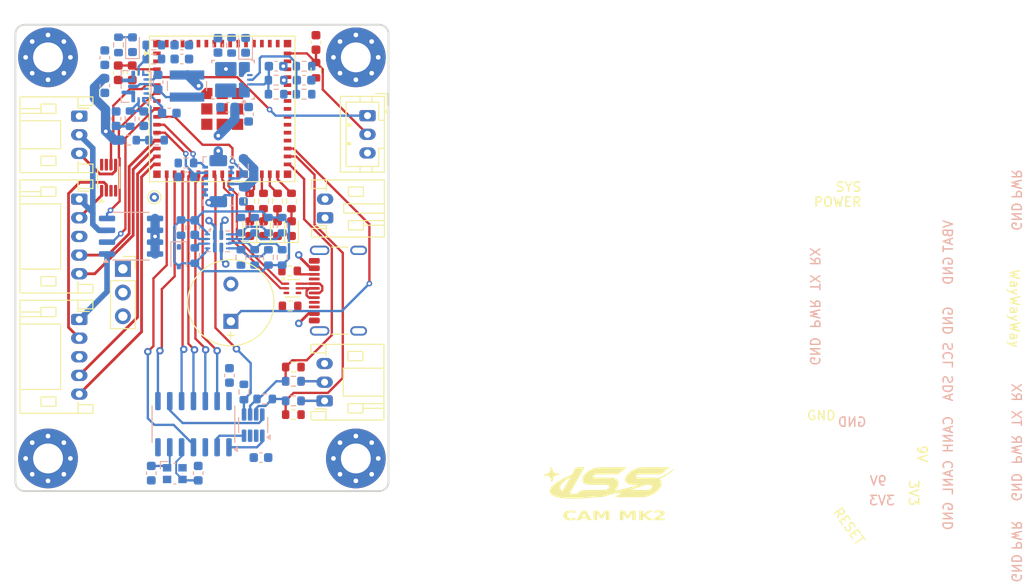
<source format=kicad_pcb>
(kicad_pcb (version 20240108) (generator "pcbnew") (generator_version "8.0")
  (title_block (title "Stargazer Camera Board MK2") (date "2024-01-31") (rev "A") (company "Illinois Space Society") (comment 3 "Thomas McManamen") (comment 4 "Contributors: Chethan Karandikar, Everitt C, Michael Griegel, Rohan Das"))
  (layers (0 "F.Cu" signal) (1 "In1.Cu" signal) (2 "In2.Cu" signal) (31 "B.Cu" signal) (34 "B.Paste" user) (35 "F.Paste" user) (36 "B.SilkS" user "B.Silkscreen") (37 "F.SilkS" user "F.Silkscreen") (38 "B.Mask" user) (39 "F.Mask" user) (44 "Edge.Cuts" user))
  (net 0 "")
  (net 1 "/BUZZER")
  (net 2 "GND")
  (net 3 "/RESET_SW")
  (net 4 "Net-(U102-OSC2)")
  (net 5 "Net-(U102-OSC1)")
  (net 6 "Net-(U103-EN)")
  (net 7 "Net-(U104-BST)")
  (net 8 "Net-(D102-A)")
  (net 9 "Net-(C108-Pad1)")
  (net 10 "/TX_1")
  (net 11 "/RX_1")
  (net 12 "/TX_2")
  (net 13 "/RX_2")
  (net 14 "/VBAT")
  (net 15 "Net-(U104-VCC)")
  (net 16 "/USB_D+")
  (net 17 "/USB_D-")
  (net 18 "Net-(U103-FB)")
  (net 19 "/LED_GREEN")
  (net 20 "/LED_BLUE")
  (net 21 "/LED_RED")
  (net 22 "/LED_ORANGE")
  (net 23 "/CAN_NINT1")
  (net 24 "/SPI_SCK")
  (net 25 "/SPI_MISO")
  (net 26 "/CAN_NCS")
  (net 27 "/SPI_MOSI")
  (net 28 "/CAN_NINT")
  (net 29 "Net-(C112-Pad1)")
  (net 30 "Net-(U104-COMP)")
  (net 31 "+12V")
  (net 32 "Net-(U108-SS)")
  (net 33 "Net-(D103-A)")
  (net 34 "Net-(D101-A)")
  (net 35 "+3V3")
  (net 36 "Net-(D104-A)")
  (net 37 "Net-(D105-A)")
  (net 41 "/USB_POWER")
  (net 43 "Net-(D106-A)")
  (net 44 "Net-(D107-A)")
  (net 52 "/D-")
  (net 53 "/D+")
  (net 55 "/SYS_POWER")
  (net 58 "/SCL")
  (net 59 "/SDA")
  (net 60 "/CAM_1_POW")
  (net 61 "/CAM_2_POW")
  (net 63 "/ON_OFF_1")
  (net 64 "/ON_OFF_2")
  (net 85 "Net-(U102-~{INT0}{slash}GPIO0{slash}XSTBY)")
  (net 87 "Net-(U102-RXCAN)")
  (net 88 "Net-(U102-TXCAN)")
  (net 93 "Net-(J101-CC2)")
  (net 94 "Net-(J101-CC1)")
  (net 95 "/VREG_IN")
  (net 96 "Net-(J103-Pin_2)")
  (net 97 "Net-(J103-Pin_1)")
  (net 98 "/VIDEO_1")
  (net 99 "/VIDEO_OUT")
  (net 100 "/VIDEO_2")
  (net 101 "/BOOT_SW")
  (net 102 "/CAN_FAULT")
  (net 103 "Net-(U104-EN)")
  (net 104 "Net-(U104-FB)")
  (net 105 "/SENSE_ALERT")
  (net 106 "/SENSE_SDA")
  (net 107 "/SENSE_SCL")
  (net 108 "Net-(U108-PR1)")
  (net 109 "Net-(U108-OV1)")
  (net 110 "Net-(U108-CP2)")
  (net 111 "Net-(U108-OV2)")
  (net 112 "Net-(U108-ILM)")
  (net 114 "Net-(U106-IN+)")
  (net 115 "Net-(U106-IN-)")
  (net 117 "/VIDEO_SELECT")
  (net 127 "/CANL")
  (net 128 "/CANH")
  (footprint "Resistor_SMD:R_0603_1608Metric" (layer "F.Cu") (at 159.8 106.7 180)
    (property "Reference" "R139" (hide yes))
    (property "Value" "2.2k")
  )
  (footprint "MountingHole:MountingHole_3.2mm_M3_Pad_Via" (layer "F.Cu") (at 133.5 116.5)
    (property "Reference" "H103" (hide yes))
    (property "Value" "MountingHole")
  )
  (footprint "LED_SMD:LED_0603_1608Metric" (layer "F.Cu") (at 156.6 91.8625 90)
    (property "Reference" "D105" (hide yes))
    (property "Value" "ORANGE LED")
  )
  (footprint "Resistor_SMD:R_0603_1608Metric" (layer "F.Cu") (at 159.8 110.325)
    (property "Reference" "R119" (hide yes))
    (property "Value" "0" (hide yes))
  )
  (footprint "Logos_ISS:ISS_LOGO_even more extreme small" (layer "F.Cu") (at 193.834197 119.174893)
    (property "Reference" "G***" (hide yes))
    (property "Value" "LOGO" (hide yes))
  )
  (footprint "Connector_JST:JST_PH_S2B-PH-K_1x02_P2.00mm_Horizontal" (layer "F.Cu") (at 163.2 90.7 90)
    (property "Reference" "J102" (hide yes))
    (property "Value" "2157601002" (hide yes))
  )
  (footprint "Resistor_SMD:R_0603_1608Metric" (layer "F.Cu") (at 155.125 88.9 -90)
    (property "Reference" "R134" (hide yes))
    (property "Value" "470")
  )
  (footprint "Resistor_SMD:R_0603_1608Metric" (layer "F.Cu") (at 159.45 100.15)
    (property "Reference" "R105" (hide yes))
    (property "Value" "5.1k")
  )
  (footprint "Connector_USB:USB_C_Receptacle_GCT_USB4105-xx-A_16P_TopMnt_Horizontal" (layer "F.Cu") (at 165.725 98.51 90)
    (property "Reference" "J101" (hide yes))
    (property "Value" "USB4105-GF-A" (hide yes))
  )
  (footprint "Buzzer_Beeper:MagneticBuzzer_PUI_AT-0927-TT-6-R" (layer "F.Cu") (at 153.1 101.8 90)
    (property "Reference" "BZ101" (hide yes))
    (property "Value" "Buzzer" (hide yes))
  )
  (footprint "Resistor_SMD:R_0603_1608Metric" (layer "F.Cu") (at 159.8 108.225)
    (property "Reference" "R121" (hide yes))
    (property "Value" "0" (hide yes))
  )
  (footprint "Connector_PinSocket_2.54mm:PinSocket_1x03_P2.54mm_Vertical" (layer "F.Cu") (at 141.525 96.175)
    (property "Reference" "J108" (hide yes))
    (property "Value" "Conn_01x03")
  )
  (footprint "Connector_JST:JST_PH_S5B-PH-K_1x05_P2.00mm_Horizontal" (layer "F.Cu") (at 136.85 101.6 -90)
    (property "Reference" "J106" (hide yes))
    (property "Value" "Conn_01x05" (hide yes))
  )
  (footprint "MountingHole:MountingHole_3.2mm_M3_Pad_Via" (layer "F.Cu") (at 133.5 73.5)
    (property "Reference" "H101" (hide yes))
    (property "Value" "MountingHole")
  )
  (footprint "Resistor_SMD:R_0603_1608Metric" (layer "F.Cu") (at 158.1 88.9 -90)
    (property "Reference" "R136" (hide yes))
    (property "Value" "470")
  )
  (footprint "Connector_JST:JST_PH_B3B-PH-K_1x03_P2.00mm_Vertical" (layer "F.Cu") (at 167.75 79.75 -90)
    (property "Reference" "J107" (hide yes))
    (property "Value" "Conn_01x03" (hide yes))
  )
  (footprint "MountingHole:MountingHole_3.2mm_M3_Pad_Via" (layer "F.Cu") (at 166.5 116.5)
    (property "Reference" "H104" (hide yes))
    (property "Value" "MountingHole")
  )
  (footprint "RF_Module:ESP32-S2-MINI-1U" (layer "F.Cu") (at 152.175 79.025)
    (property "Reference" "U109" (hide yes))
    (property "Value" "ESP32-S3-MINI-1U" (hide yes))
  )
  (footprint "Resistor_SMD:R_0603_1608Metric" (layer "F.Cu") (at 159.4 96.4)
    (property "Reference" "R106" (hide yes))
    (property "Value" "5.1k")
  )
  (footprint "LED_SMD:LED_0603_1608Metric" (layer "F.Cu") (at 158.1 91.8625 90)
    (property "Reference" "D106" (hide yes))
    (property "Value" "GREEN LED")
  )
  (footprint "Package_SO:VSSOP-8_2.3x2mm_P0.5mm" (layer "F.Cu") (at 140 86.4 90)
    (property "Reference" "U107" (hide yes))
    (property "Value" "74LVC2G157" (hide yes))
  )
  (footprint "Resistor_SMD:R_0603_1608Metric" (layer "F.Cu") (at 156.6 88.9 -90)
    (property "Reference" "R135" (hide yes))
    (property "Value" "470")
  )
  (footprint "LED_SMD:LED_0603_1608Metric" (layer "F.Cu") (at 159.6 91.8625 90)
    (property "Reference" "D107" (hide yes))
    (property "Value" "BLUE LED")
  )
  (footprint "LED_SMD:LED_0603_1608Metric" (layer "F.Cu") (at 155.13 91.8625 90)
    (property "Reference" "D104" (hide yes))
    (property "Value" "RED LED")
  )
  (footprint "Resistor_SMD:R_0603_1608Metric" (layer "F.Cu") (at 159.6 88.9 -90)
    (property "Reference" "R137" (hide yes))
    (property "Value" "470")
  )
  (footprint "Connector_JST:JST_PH_S5B-PH-K_1x05_P2.00mm_Horizontal" (layer "F.Cu") (at 136.85 88.7 -90)
    (property "Reference" "J104" (hide yes))
    (property "Value" "Conn_01x05" (hide yes))
  )
  (footprint "Resistor_SMD:R_0603_1608Metric" (layer "F.Cu") (at 159.8 111.8)
    (property "Reference" "R138" (hide yes))
    (property "Value" "2.2k")
  )
  (footprint "Capacitor_SMD:C_0603_1608Metric" (layer "F.Cu") (at 141.025 75.15 -90)
    (property "Reference" "C122" (hide yes))
    (property "Value" "22uF" (hide yes))
  )
  (footprint "TestPoint:TestPoint_THTPad_D1.0mm_Drill0.5mm" (layer "F.Cu") (at 144.9 88.5)
    (property "Reference" "TP101" (hide yes))
    (property "Value" "TestPoint")
  )
  (footprint "MountingHole:MountingHole_3.2mm_M3_Pad_Via" (layer "F.Cu") (at 166.5 73.5)
    (property "Reference" "H102" (hide yes))
    (property "Value" "MountingHole")
  )
  (footprint "Package_DFN_QFN:ST_UQFN-6L_1.5x1.7mm_P0.5mm" (layer "F.Cu") (at 159.7 98.26)
    (property "Reference" "U101" (hide yes))
    (property "Value" "ECMF02-2AMX6" (hide yes))
  )
  (footprint "Capacitor_SMD:C_0603_1608Metric" (layer "F.Cu") (at 162.225 71.9 90)
    (property "Reference" "C120" (hide yes))
    (property "Value" "1uF")
  )
  (footprint "Connector_JST:JST_PH_S3B-PH-K_1x03_P2.00mm_Horizontal" (layer "F.Cu") (at 136.85 79.8 -90)
    (property "Reference" "J105" (hide yes))
    (property "Value" "Conn_01x03" (hide yes))
  )
  (footprint "Connector_JST:JST_PH_S3B-PH-K_1x03_P2.00mm_Horizontal" (layer "F.Cu") (at 163.15 110.325 90)
    (property "Reference" "J103" (hide yes))
    (property "Value" "Conn_01x03")
  )
  (footprint "Capacitor_SMD:C_0603_1608Metric" (layer "F.Cu") (at 142.525 75.15 -90)
    (property "Reference" "C121" (hide yes))
    (property "Value" "0.1uF" (hide yes))
  )
  (footprint "Resistor_SMD:R_0603_1608Metric" (layer "F.Cu") (at 162.225 74.875 -90)
    (property "Reference" "R133" (hide yes))
    (property "Value" "20k")
  )
  (footprint "Capacitor_SMD:C_0603_1608Metric" (layer "B.Cu") (at 147.84 72.175)
    (property "Reference" "C104" (hide yes))
    (property "Value" "10uF")
  )
  (footprint "Resistor_SMD:R_0603_1608Metric" (layer "B.Cu") (at 158.602 94.948 -90)
    (property "Reference" "R126" (hide yes))
    (property "Value" "10k")
  )
  (footprint "Resistor_SMD:R_0603_1608Metric" (layer "B.Cu") (at 148.2875 86.324999)
    (property "Reference" "R117" (hide yes))
    (property "Value" "4.7k")
  )
  (footprint "Capacitor_SMD:C_0603_1608Metric" (layer "B.Cu") (at 143.77 80.075 -90)
    (property "Reference" "C113" (hide yes))
    (property "Value" "27pF")
  )
  (footprint "Resistor_SMD:R_0603_1608Metric" (layer "B.Cu") (at 154.5 109.375 -90)
    (property "Reference" "R108" (hide yes))
    (property "Value" "10k")
  )
  (footprint "Resistor_SMD:R_0603_1608Metric" (layer "B.Cu") (at 155.652 94.948 90)
    (property "Reference" "R125" (hide yes))
    (property "Value" "36k")
  )
  (footprint "Resistor_SMD:R_0603_1608Metric" (layer "B.Cu") (at 157.127 91.498 90)
    (property "Reference" "R128" (hide yes))
    (property "Value" "10k")
  )
  (footprint "Capacitor_SMD:C_0603_1608Metric" (layer "B.Cu") (at 152.75 78.85 180)
    (property "Reference" "C105" (hide yes))
    (property "Value" "0.1uF")
  )
  (footprint "LED_SMD:LED_0603_1608Metric" (layer "B.Cu") (at 154.680001 72.212499 90)
    (property "Reference" "D101" (hide yes))
    (property "Value" "RED_LED")
  )
  (footprint "Diode_SMD:D_SOD-323" (layer "B.Cu") (at 147.527 94.873 -90)
    (property "Reference" "D103" (hide yes))
    (property "Value" "BAS416")
  )
  (footprint "Resistor_SMD:R_0603_1608Metric" (layer "B.Cu") (at 156.725 110.125)
    (property "Reference" "R114" (hide yes))
    (property "Value" "120" (hide yes))
  )
  (footprint "Capacitor_SMD:C_0603_1608Metric" (layer "B.Cu") (at 156.33 116.405 180)
    (property "Reference" "C116" (hide yes))
    (property "Value" "0.1uF")
  )
  (footprint "Package_DFN_QFN:Texas_VQFN-HR-20_3x2.5mm_P0.5mm_RQQ0011A" (layer "B.Cu") (at 142.835 76.62 90)
    (property "Reference" "U104" (hide yes))
    (property "Value" "TPS61288" (hide yes))
  )
  (footprint "Capacitor_SMD:C_0603_1608Metric" (layer "B.Cu") (at 151.72 72.215 90)
    (property "Reference" "C115" (hide yes))
    (property "Value" "33uF")
  )
  (footprint "Resistor_SMD:R_0603_1608Metric" (layer "B.Cu") (at 145.135 82.375)
    (property "Reference" "R112" (hide yes))
    (property "Value" "48.7k")
  )
  (footprint "Package_SO:SOIC-14_3.9x8.7mm_P1.27mm" (layer "B.Cu") (at 149.09 112.825 90)
    (property "Reference" "U102" (hide yes))
    (property "Value" "MCP2518FDT-xSL" (hide yes))
  )
  (footprint "Capacitor_SMD:C_0603_1608Metric" (layer "B.Cu") (at 146.5 79.475)
    (property "Reference" "C109" (hide yes))
    (property "Value" "2.2uF")
  )
  (footprint "Package_VQFN:VQFN-REL0014B" (layer "B.Cu") (at 151.75 86.775)
    (property "Reference" "U106" (hide yes))
    (property "Value" "INA745x")
  )
  (footprint "Resistor_SMD:R_0603_1608Metric" (layer "B.Cu") (at 142.3 80.075 -90)
    (property "Reference" "R107" (hide yes))
    (property "Value" "14.3k")
  )
  (footprint "Resistor_SMD:R_0603_1608Metric" (layer "B.Cu") (at 142.135 82.375)
    (property "Reference" "R111" (hide yes))
    (property "Value" "931k")
  )
  (footprint "Resistor_SMD:R_0603_1608Metric" (layer "B.Cu") (at 141.055 72.1675 90)
    (property "Reference" "R115" (hide yes))
    (property "Value" "470")
  )
  (footprint "Resistor_SMD:R_0603_1608Metric" (layer "B.Cu") (at 160.95 74.45)
    (property "Reference" "R102" (hide yes))
    (property "Value" "10k")
  )
  (footprint "Resistor_SMD:R_0603_1608Metric" (layer "B.Cu") (at 155.652 91.498 -90)
    (property "Reference" "R129" (hide yes))
    (property "Value" "75k")
  )
  (footprint "Package_SO:SO-8_3.9x4.9mm_P1.27mm" (layer "B.Cu") (at 142.4 92.675)
    (property "Reference" "Q101" (hide yes))
    (property "Value" "DMNH6022SSDQ" (hide yes))
  )
  (footprint "Capacitor_SMD:C_0603_1608Metric" (layer "B.Cu") (at 152.95 107.6 -90)
    (property "Reference" "C110" (hide yes))
    (property "Value" "0.1uF")
  )
  (footprint "Resistor_SMD:R_0603_1608Metric" (layer "B.Cu") (at 147.752 91.748 -90)
    (property "Reference" "R131" (hide yes))
    (property "Value" "0")
  )
  (footprint "Capacitor_SMD:C_0603_1608Metric" (layer "B.Cu") (at 149.6 118.075 -90)
    (property "Reference" "C101" (hide yes))
    (property "Value" "22pF")
  )
  (footprint "Resistor_SMD:R_0603_1608Metric" (layer "B.Cu") (at 157.127 94.948 -90)
    (property "Reference" "R124" (hide yes))
    (property "Value" "10k")
  )
  (footprint "Package_QFN:QFN-FCMOD-RDX0007A" (layer "B.Cu") (at 153.237501 75.899999 90)
    (property "Reference" "U103" (hide yes))
    (property "Value" "TPSM863252")
  )
  (footprint "Capacitor_SMD:C_0603_1608Metric" (layer "B.Cu") (at 144.57 118.075 -90)
    (property "Reference" "C102" (hide yes))
    (property "Value" "22pF")
  )
  (footprint "Resistor_SMD:R_0603_1608Metric" (layer "B.Cu") (at 158.602 91.498 90)
    (property "Reference" "R130" (hide yes))
    (property "Value" "10k")
  )
  (footprint "Resistor_SMD:R_0603_1608Metric" (layer "B.Cu") (at 144.845 72.175)
    (property "Reference" "R104" (hide yes))
    (property "Value" "100k")
  )
  (footprint "Inductor_SMD:L_Wuerth_MAPI-4020" (layer "B.Cu") (at 148.4 76.575 -90)
    (property "Reference" "L101" (hide yes))
    (property "Value" "4.7uH")
  )
  (footprint "Capacitor_SMD:C_0603_1608Metric" (layer "B.Cu") (at 155 79.6 -90)
    (property "Reference" "C103" (hide yes))
    (property "Value" "10uF")
  )
  (footprint "Resistor_SMD:R_0603_1608Metric" (layer "B.Cu") (at 159.8 110.325)
    (property "Reference" "R118" (hide yes))
    (property "Value" "0" (hide yes))
  )
  (footprint "Resistor_SMD:R_0603_1608Metric" (layer "B.Cu") (at 154.177 91.498 -90)
    (property "Reference" "R127" (hide yes))
    (property "Value" "12k")
  )
  (footprint "Resistor_SMD:R_0603_1608Metric" (layer "B.Cu") (at 157.95 75.95 180)
    (property "Reference" "R109" (hide yes))
    (property "Value" "135k")
  )
  (footprint "Capacitor_SMD:C_0603_1608Metric" (layer "B.Cu") (at 160.95 75.95)
    (property "Reference" "C107" (hide yes))
    (property "Value" "10nF")
  )
  (footprint "Resistor_SMD:R_0603_1608Metric" (layer "B.Cu") (at 160.95 77.45 180)
    (property "Reference" "R101" (hide yes))
    (property "Value" "22.1k")
  )
  (footprint "Package_TO_SOT_SMD:SOT-23-8" (layer "B.Cu") (at 155.49 112.925 90)
    (property "Reference" "U105" (hide yes))
    (property "Value" "TCAN337G" (hide yes))
  )
  (footprint "Capacitor_SMD:C_0603_1608Metric" (layer "B.Cu") (at 139.585 76.53 -90)
    (property "Reference" "C118" (hide yes))
    (property "Value" "47uF")
  )
  (footprint "Capacitor_SMD:C_0603_1608Metric" (layer "B.Cu") (at 154.45 88.175 -90)
    (property "Reference" "C114" (hide yes))
    (property "Value" "0.1uF")
  )
  (footprint "Capacitor_SMD:C_0603_1608Metric" (layer "B.Cu") (at 145.3 76.15 90)
    (property "Reference" "C108" (hide yes))
    (property "Value" "0.1uF")
  )
  (footprint "Capacitor_SMD:C_0603_1608Metric" (layer "B.Cu") (at 147.845 73.675)
    (property "Reference" "C106" (hide yes))
    (property "Value" "0.1uF")
  )
  (footprint "Resistor_SMD:R_0603_1608Metric" (layer "B.Cu") (at 148.2875 84.824999)
    (property "Reference" "R122" (hide yes))
    (property "Value" "4.7k")
  )
  (footprint "Resistor_SMD:R_0603_1608Metric" (layer "B.Cu") (at 154.45 85.175 -90)
    (property "Reference" "R116" (hide yes))
    (property "Value" "10k")
  )
  (footprint "Capacitor_SMD:C_0603_1608Metric" (layer "B.Cu") (at 149.227 91.748 -90)
    (property "Reference" "C119" (hide yes))
    (property "Value" "1uF")
  )
  (footprint "LED_SMD:LED_0603_1608Metric" (layer "B.Cu") (at 142.555 72.1425 90)
    (property "Reference" "D102" (hide yes))
    (property "Value" "ORANGE LED")
  )
  (footprint "Resistor_SMD:R_0603_1608Metric" (layer "B.Cu") (at 149.227 94.748 90)
    (property "Reference" "R132" (hide yes))
    (property "Value" "36k")
  )
  (footprint "Resistor_SMD:R_0603_1608Metric" (layer "B.Cu") (at 159.8 108.225)
    (property "Reference" "R120" (hide yes))
    (property "Value" "0" (hide yes))
  )
  (footprint "Resistor_SMD:R_0603_1608Metric" (layer "B.Cu") (at 154.177 94.948 90)
    (property "Reference" "R123" (hide yes))
    (property "Value" "10k")
  )
  (footprint "Resistor_SMD:R_0603_1608Metric" (layer "B.Cu") (at 153.180001 72.212499 90)
    (property "Reference" "R113" (hide yes))
    (property "Value" "470")
  )
  (footprint "Resistor_SMD:R_0603_1608Metric" (layer "B.Cu") (at 144.845 73.675 180)
    (property "Reference" "R103" (hide yes))
    (property "Value" "158k")
  )
  (footprint "Crystal:Crystal_SMD_Abracon_ABM10-4Pin_2.5x2.0mm" (layer "B.Cu") (at 147.09 118.125 -90)
    (property "Reference" "Y101" (hide yes))
    (property "Value" "40MHz" (hide yes))
  )
  (footprint "Capacitor_SMD:C_0603_1608Metric" (layer "B.Cu") (at 140.8 80.075 90)
    (property "Reference" "C112" (hide yes))
    (property "Value" "47nF")
  )
  (footprint "Capacitor_SMD:C_0603_1608Metric" (layer "B.Cu") (at 157.95 74.45 180)
    (property "Reference" "C111" (hide yes))
    (property "Value" "22pF")
  )
  (footprint "Package_DFN_QFN:Texas_VQFN-HR-12_2x2.5mm_P0.5mm" (layer "B.Cu") (at 151.727 93.223 -90)
    (property "Reference" "U108" (hide yes))
    (property "Value" "TPS2121")
  )
  (footprint "Capacitor_SMD:C_0603_1608Metric" (layer "B.Cu") (at 139.585 73.53 90)
    (property "Reference" "C117" (hide yes))
    (property "Value" "47uF")
  )
  (footprint "Resistor_SMD:R_0603_1608Metric" (layer "B.Cu") (at 157.95 77.45)
    (property "Reference" "R110" (hide yes))
    (property "Value" "30k")
  )
  (gr_arc (start 130 71) (mid 130.292893 70.292894) (end 131 70) (stroke (width 0.2)) (layer "Edge.Cuts"))
  (gr_arc (start 170 119) (mid 169.707107 119.707107) (end 169 120) (stroke (width 0.2)) (layer "Edge.Cuts"))
  (gr_arc (start 169 70) (mid 169.707106 70.292893) (end 170 71) (stroke (width 0.2)) (layer "Edge.Cuts"))
  (gr_arc (start 131 120) (mid 130.292893 119.707107) (end 130 119) (stroke (width 0.2)) (layer "Edge.Cuts"))
  (gr_line (start 131 120) (end 169 120) (stroke (width 0.2)) (layer "Edge.Cuts"))
  (gr_line (start 170 119) (end 170 71) (stroke (width 0.2)) (layer "Edge.Cuts"))
  (gr_line (start 130 71) (end 130 119) (stroke (width 0.2)) (layer "Edge.Cuts"))
  (gr_line (start 169 70) (end 131 70) (stroke (width 0.2)) (layer "Edge.Cuts"))
  (gr_text "PWR" (at 237.3 123.084119 -90) (layer "B.SilkS") (effects (font (size 1 1)) (justify right mirror)))
  (gr_text "PWR" (at 237.3 88.776976 -90) (layer "B.SilkS") (effects (font (size 1 1)) (justify left mirror)))
  (gr_text "CANH CANL GND" (at 230 118.071976 90) (layer "B.SilkS") (effects (font (size 1 1)) (justify mirror)))
  (gr_text "GND" (at 215.7 103.4 -90) (layer "B.SilkS") (effects (font (size 1 1)) (justify right mirror)))
  (gr_text "GND" (at 219.7 112.6 0) (layer "B.SilkS") (effects (font (size 1 1)) (justify mirror)))
  (gr_text "VBAT" (at 230 94.517167 90) (layer "B.SilkS") (effects (font (size 1 1)) (justify right mirror)))
  (gr_text "GND" (at 230 94.740357 90) (layer "B.SilkS") (effects (font (size 1 1)) (justify left mirror)))
  (gr_text "SCL" (at 230 105.4 90) (layer "B.SilkS") (effects (font (size 1 1)) (justify mirror)))
  (gr_text "GND" (at 237.3 126.6445 -90) (layer "B.SilkS") (effects (font (size 1 1)) (justify right mirror)))
  (gr_text "3V3" (at 222.9 121 0) (layer "B.SilkS") (effects (font (size 1 1)) (justify mirror)))
  (gr_text "TX" (at 215.7 97.628595 -90) (layer "B.SilkS") (effects (font (size 1 1)) (justify mirror)))
  (gr_text "9V" (at 222.5 118.9 0) (layer "B.SilkS") (effects (font (size 1 1)) (justify mirror)))
  (gr_text "PWR" (at 237.3 115.560118 -90) (layer "B.SilkS") (effects (font (size 1 1)) (justify mirror)))
  (gr_text "GND" (at 230 101.720976 90) (layer "B.SilkS") (effects (font (size 1 1)) (justify mirror)))
  (gr_text "GND" (at 237.3 117.954 -90) (layer "B.SilkS") (effects (font (size 1 1)) (justify right mirror)))
  (gr_text "RX" (at 237.3 110.5 -90) (layer "B.SilkS") (effects (font (size 1 1)) (justify left mirror)))
  (gr_text "PWR" (at 215.7 101.006118 -90) (layer "B.SilkS") (effects (font (size 1 1)) (justify mirror)))
  (gr_text "RX" (at 215.7 95.946 -90) (layer "B.SilkS") (effects (font (size 1 1)) (justify left mirror)))
  (gr_text "GND" (at 237.3 88.9445 -90) (layer "B.SilkS") (effects (font (size 1 1)) (justify right mirror)))
  (gr_text "TX" (at 237.3 112.182595 -90) (layer "B.SilkS") (effects (font (size 1 1)) (justify mirror)))
  (gr_text "SDA" (at 230 108.959976 90) (layer "B.SilkS") (effects (font (size 1 1)) (justify mirror)))
  (gr_text "3V3" (at 226.3 120.2 -90) (layer "F.SilkS") (effects (font (size 1 1))))
  (gr_text "CAM MK2" (at 194.2 122.7 0) (layer "F.SilkS") (effects (font (size 1 1.5) (thickness 0.2) (bold yes))))
  (gr_text "GND" (at 216.4 111.9 0) (layer "F.SilkS") (effects (font (size 1 1))))
  (gr_text "SYS\nPOWER" (at 220.8 88.2 0) (layer "F.SilkS") (effects (font (size 1 1)) (justify right)))
  (gr_text "RESET" (at 217.5 122.2 306) (layer "F.SilkS") (effects (font (size 1 1)) (justify left bottom)))
  (gr_text "9V" (at 227.2 116 -90) (layer "F.SilkS") (effects (font (size 1 1))))
  (gr_text "WayWayWay" (at 237.134 100.424619 270) (layer "F.SilkS") (effects (font (size 1 1))))
  (segment (start 167.952 91.402) (end 167.952 97.748) (width 0.25) (layer "F.Cu") (net 1))
  (segment (start 159.825 83.275) (end 167.952 91.402) (width 0.25) (layer "F.Cu") (net 1))
  (segment (start 159.175 83.275) (end 159.825 83.275) (width 0.25) (layer "F.Cu") (net 1))
  (segment (start 167.952 97.748) (end 167.95 97.75) (width 0.25) (layer "F.Cu") (net 1))
  (via (at 167.95 97.75) (size 0.6) (drill 0.3) (layers "F.Cu" "B.Cu") (net 1))
  (segment (start 153.1 101.8) (end 154.204 100.696) (width 0.25) (layer "B.Cu") (net 1))
  (segment (start 154.204 100.696) (end 165.004 100.696) (width 0.25) (layer "B.Cu") (net 1))
  (segment (start 165.004 100.696) (end 167.95 97.75) (width 0.25) (layer "B.Cu") (net 1))
  (segment (start 162.225 74.05) (end 161.25 73.075) (width 0.25) (layer "F.Cu") (net 3))
  (segment (start 162.952 76.952) (end 162.952 74.777) (width 0.25) (layer "F.Cu") (net 3))
  (segment (start 162.225 74.05) (end 162.225 72.675) (width 0.25) (layer "F.Cu") (net 3))
  (segment (start 162.952 74.777) (end 162.225 74.05) (width 0.25) (layer "F.Cu") (net 3))
  (segment (start 161.25 73.075) (end 159.175 73.075) (width 0.25) (layer "F.Cu") (net 3))
  (segment (start 167.75 81.75) (end 162.952 76.952) (width 0.25) (layer "F.Cu") (net 3))
  (segment (start 147.82 116.274999) (end 147.238 116.856999) (width 0.2) (layer "B.Cu") (net 4))
  (segment (start 148.015 118.85) (end 147.915 118.75) (width 0.25) (layer "B.Cu") (net 4))
  (segment (start 147.238 118.073) (end 147.915 118.75) (width 0.2) (layer "B.Cu") (net 4))
  (segment (start 147.82 115.3) (end 147.82 116.274999) (width 0.2) (layer "B.Cu") (net 4))
  (segment (start 147.238 116.856999) (end 147.238 118.073) (width 0.2) (layer "B.Cu") (net 4))
  (segment (start 149.6 118.85) (end 148.015 118.85) (width 0.25) (layer "B.Cu") (net 4))
  (segment (start 146.065 117.3) (end 146.265 117.5) (width 0.25) (layer "B.Cu") (net 5))
  (segment (start 144.57 117.3) (end 146.065 117.3) (width 0.25) (layer "B.Cu") (net 5))
  (segment (start 146.55 117.215) (end 146.265 117.5) (width 0.2) (layer "B.Cu") (net 5))
  (segment (start 146.55 115.3) (end 146.55 117.215) (width 0.2) (layer "B.Cu") (net 5))
  (segment (start 160.125 75.9) (end 160.175 75.95) (width 0.25) (layer "B.Cu") (net 6))
  (segment (start 156.2 73.6) (end 156.4 73.4) (width 0.25) (layer "B.Cu") (net 6))
  (segment (start 155.1375 75.899999) (end 155.437499 75.899999) (width 0.25) (layer "B.Cu") (net 6))
  (segment (start 156.4 73.4) (end 159.4 73.4) (width 0.25) (layer "B.Cu") (net 6))
  (segment (start 160.125 74.125) (end 160.125 74.45) (width 0.25) (layer "B.Cu") (net 6))
  (segment (start 159.4 73.4) (end 160.125 74.125) (width 0.25) (layer "B.Cu") (net 6))
  (segment (start 160.125 77.45) (end 160.125 76) (width 0.25) (layer "B.Cu") (net 6))
  (segment (start 160.125 76) (end 160.175 75.95) (width 0.25) (layer "B.Cu") (net 6))
  (segment (start 155.437499 75.899999) (end 156.2 75.137498) (width 0.25) (layer "B.Cu") (net 6))
  (segment (start 156.2 75.137498) (end 156.2 73.6) (width 0.25) (layer "B.Cu") (net 6))
  (segment (start 160.125 74.45) (end 160.125 75.9) (width 0.25) (layer "B.Cu") (net 6))
  (segment (start 144.805 75.87) (end 144.01 75.87) (width 0.25) (layer "B.Cu") (net 7))
  (segment (start 145.3 75.375) (end 144.805 75.87) (width 0.25) (layer "B.Cu") (net 7))
  (segment (start 142.5425 71.3425) (end 142.555 71.355) (width 0.25) (layer "B.Cu") (net 8))
  (segment (start 141.055 71.3425) (end 142.5425 71.3425) (width 0.25) (layer "B.Cu") (net 8))
  (segment (start 145.3 76.925) (end 144.745 76.37) (width 0.25) (layer "B.Cu") (net 9))
  (segment (start 146.135 77.76) (end 145.3 76.925) (width 0.25) (layer "B.Cu") (net 9))
  (segment (start 143.084999 76.62) (end 143.334999 76.37) (width 0.25) (layer "B.Cu") (net 9))
  (segment (start 148.4 77.76) (end 146.135 77.76) (width 0.25) (layer "B.Cu") (net 9))
  (segment (start 142.585 76.62) (end 143.084999 76.62) (width 0.25) (layer "B.Cu") (net 9))
  (segment (start 143.334999 76.37) (end 144.01 76.37) (width 0.25) (layer "B.Cu") (net 9))
  (segment (start 144.745 76.37) (end 144.01 76.37) (width 0.25) (layer "B.Cu") (net 9))
  (segment (start 144.975 82.425) (end 142.202 85.198) (width 0.3) (layer "F.Cu") (net 10))
  (segment (start 142.202 92.398) (end 139.9 94.7) (width 0.3) (layer "F.Cu") (net 10))
  (segment (start 145.175 82.425) (end 144.975 82.425) (width 0.3) (layer "F.Cu") (net 10))
  (segment (start 139.9 94.7) (end 136.85 94.7) (width 0.3) (layer "F.Cu") (net 10))
  (segment (start 142.202 85.198) (end 142.202 92.398) (width 0.3) (layer "F.Cu") (net 10))
  (segment (start 145.175 83.275) (end 144.871 83.275) (width 0.3) (layer "F.Cu") (net 11))
  (segment (start 142.629 92.57487) (end 138.50387 96.7) (width 0.3) (layer "F.Cu") (net 11))
  (segment (start 138.50387 96.7) (end 136.85 96.7) (width 0.3) (layer "F.Cu") (net 11))
  (segment (start 144.871 83.275) (end 142.629 85.517) (width 0.3) (layer "F.Cu") (net 11))
  (segment (start 142.629 85.517) (end 142.629 92.57487) (width 0.3) (layer "F.Cu") (net 11))
  (segment (start 144.975 84.125) (end 143.1 86) (width 0.3) (layer "F.Cu") (net 12))
  (segment (start 145.175 84.125) (end 144.975 84.125) (width 0.3) (layer "F.Cu") (net 12))
  (segment (start 143.1 86) (end 143.1 101.35) (width 0.3) (layer "F.Cu") (net 12))
  (segment (start 143.1 101.35) (end 136.85 107.6) (width 0.3) (layer "F.Cu") (net 12))
  (segment (start 143.527 86.319) (end 143.527 102.923) (width 0.3) (layer "F.Cu") (net 13))
  (segment (start 144.871 84.975) (end 143.527 86.319) (width 0.3) (layer "F.Cu") (net 13))
  (segment (start 145.175 84.975) (end 144.871 84.975) (width 0.3) (layer "F.Cu") (net 13))
  (segment (start 143.527 102.923) (end 136.85 109.6) (width 0.3) (layer "F.Cu") (net 13))
  (via (at 152.475 90.95) (size 0.8) (drill 0.4) (layers "F.Cu" "B.Cu") (net 14))
  (segment (start 152.077 92.548) (end 152.077 91.348) (width 0.3) (layer "B.Cu") (net 14))
  (segment (start 152.077 91.348) (end 152.475 90.95) (width 0.3) (layer "B.Cu") (net 14))
  (segment (start 145.725 79.475) (end 145.725 78.810001) (width 0.25) (layer "B.Cu") (net 15))
  (segment (start 144.284999 77.37) (end 144.01 77.37) (width 0.25) (layer "B.Cu") (net 15))
  (segment (start 145.725 78.810001) (end 144.284999 77.37) (width 0.25) (layer "B.Cu") (net 15))
  (segment (start 152.84 87.300588) (end 152.84 86.810001) (width 0.23) (layer "F.Cu") (net 16))
  (segment (start 153.025 86.625001) (end 153.025 86.025) (width 0.23) (layer "F.Cu") (net 16))
  (segment (start 158.875 97.76) (end 158.865 97.77) (width 0.23) (layer "F.Cu") (net 16))
  (segment (start 153.74 88.200588) (end 152.84 87.300588) (width 0.23) (layer "F.Cu") (net 16))
  (segment (start 153.74 92.900588) (end 153.74 88.200588) (width 0.23) (layer "F.Cu") (net 16))
  (segment (start 159.05 97.76) (end 158.875 97.76) (width 0.23) (layer "F.Cu") (net 16))
  (segment (start 158.865 97.77) (end 158.609412 97.77) (width 0.23) (layer "F.Cu") (net 16))
  (segment (start 158.880001 97.76) (end 158.890001 97.77) (width 0.23) (layer "F.Cu") (net 16))
  (segment (start 158.609412 97.77) (end 153.74 92.900588) (width 0.23) (layer "F.Cu") (net 16))
  (segment (start 152.84 86.810001) (end 153.025 86.625001) (width 0.23) (layer "F.Cu") (net 16))
  (segment (start 152.36 86.810001) (end 152.175 86.625001) (width 0.23) (layer "F.Cu") (net 17))
  (segment (start 153.26 88.399412) (end 152.36 87.499412) (width 0.23) (layer "F.Cu") (net 17))
  (segment (start 158.875 98.26) (end 158.865 98.25) (width 0.23) (layer "F.Cu") (net 17))
  (segment (start 152.175 86.625001) (end 152.175 86.025) (width 0.23) (layer "F.Cu") (net 17))
  (segment (start 158.880001 98.26) (end 158.890001 98.25) (width 0.23) (layer "F.Cu") (net 17))
  (segment (start 158.865 98.25) (end 158.410588 98.25) (width 0.23) (layer "F.Cu") (net 17))
  (segment (start 158.410588 98.25) (end 153.26 93.099412) (width 0.23) (layer "F.Cu") (net 17))
  (segment (start 152.36 87.499412) (end 152.36 86.810001) (width 0.23) (layer "F.Cu") (net 17))
  (segment (start 153.26 93.099412) (end 153.26 88.399412) (width 0.23) (layer "F.Cu") (net 17))
  (segment (start 159.05 98.26) (end 158.875 98.26) (width 0.23) (layer "F.Cu") (net 17))
  (segment (start 157.175 75.9) (end 157.125 75.95) (width 0.25) (layer "B.Cu") (net 18))
  (segment (start 157.125 77.45) (end 157.125 75.95) (width 0.25) (layer "B.Cu") (net 18))
  (segment (start 156.675002 76.399998) (end 157.125 75.95) (width 0.25) (layer "B.Cu") (net 18))
  (segment (start 157.175 74.45) (end 157.175 75.9) (width 0.25) (layer "B.Cu") (net 18))
  (segment (start 155.1375 76.399998) (end 156.675002 76.399998) (width 0.25) (layer "B.Cu") (net 18))
  (segment (start 157.275 87.25) (end 158.1 88.075) (width 0.25) (layer "F.Cu") (net 19))
  (segment (start 157.275 86.025) (end 157.275 87.25) (width 0.25) (layer "F.Cu") (net 19))
  (segment (start 158.125 86.6) (end 159.6 88.075) (width 0.25) (layer "F.Cu") (net 20))
  (segment (start 158.125 86.025) (end 158.125 86.6) (width 0.25) (layer "F.Cu") (net 20))
  (segment (start 155.575 86.025) (end 155.575 87.625) (width 0.25) (layer "F.Cu") (net 21))
  (segment (start 155.575 87.625) (end 155.125 88.075) (width 0.25) (layer "F.Cu") (net 21))
  (segment (start 156.425 87.9) (end 156.6 88.075) (width 0.25) (layer "F.Cu") (net 22))
  (segment (start 156.425 86.025) (end 156.425 87.9) (width 0.25) (layer "F.Cu") (net 22))
  (segment (start 145.7 104.75) (end 145.5 104.95) (width 0.25) (layer "F.Cu") (net 23))
  (segment (start 145.7 98.35) (end 145.7 104.75) (width 0.25) (layer "F.Cu") (net 23))
  (segment (start 147.075 96.975) (end 145.7 98.35) (width 0.25) (layer "F.Cu") (net 23))
  (segment (start 147.075 86.025) (end 147.075 96.975) (width 0.25) (layer "F.Cu") (net 23))
  (via (at 145.5 104.95) (size 0.8) (drill 0.4) (layers "F.Cu" "B.Cu") (net 23))
  (segment (start 145.28 110.35) (end 145.28 105.17) (width 0.25) (layer "B.Cu") (net 23))
  (segment (start 145.28 105.17) (end 145.5 104.95) (width 0.25) (layer "B.Cu") (net 23))
  (segment (start 147.925 104.675) (end 148.05 104.8) (width 0.25) (layer "F.Cu") (net 24))
  (segment (start 147.925 86.025) (end 147.925 104.675) (width 0.25) (layer "F.Cu") (net 24))
  (via (at 148.05 104.8) (size 0.8) (drill 0.4) (layers "F.Cu" "B.Cu") (net 24))
  (segment (start 147.82 105.03) (end 148.05 104.8) (width 0.25) (layer "B.Cu") (net 24))
  (segment (start 147.82 110.35) (end 147.82 105.03) (width 0.25) (layer "B.Cu") (net 24))
  (segment (start 148.775 86.025) (end 148.548 86.252) (width 0.25) (layer "F.Cu") (net 25))
  (segment (start 148.548 104.198) (end 149.2 104.85) (width 0.25) (layer "F.Cu") (net 25))
  (segment (start 148.548 86.252) (end 148.548 104.198) (width 0.25) (layer "F.Cu") (net 25))
  (via (at 149.2 104.85) (size 0.8) (drill 0.4) (layers "F.Cu" "B.Cu") (net 25))
  (segment (start 149.09 110.35) (end 149.09 104.96) (width 0.25) (layer "B.Cu") (net 25))
  (segment (start 149.09 104.96) (end 149.2 104.85) (width 0.25) (layer "B.Cu") (net 25))
  (segment (start 150.077 86.423) (end 150.077 103.397) (width 0.25) (layer "F.Cu") (net 26))
  (segment (start 150.077 103.397) (end 151.63 104.95) (width 0.25) (layer "F.Cu") (net 26))
  (segment (start 150.475 86.025) (end 150.077 86.423) (width 0.25) (layer "F.Cu") (net 26))
  (via (at 151.63 104.95) (size 0.8) (drill 0.4) (layers "F.Cu" "B.Cu") (net 26))
  (segment (start 151.63 110.35) (end 151.63 104.95) (width 0.25) (layer "B.Cu") (net 26))
  (segment (start 151.63 104.95) (end 151.63 104.87) (width 0.25) (layer "B.Cu") (net 26))
  (segment (start 149.625 86.625) (end 149.3 86.95) (width 0.25) (layer "F.Cu") (net 27))
  (segment (start 149.3 103.65) (end 150.4 104.75) (width 0.25) (layer "F.Cu") (net 27))
  (segment (start 149.625 86.025) (end 149.625 86.625) (width 0.25) (layer "F.Cu") (net 27))
  (segment (start 150.4 104.75) (end 150.4 104.85) (width 0.25) (layer "F.Cu") (net 27))
  (segment (start 149.3 86.95) (end 149.3 103.65) (width 0.25) (layer "F.Cu") (net 27))
  (via (at 150.4 104.85) (size 0.8) (drill 0.4) (layers "F.Cu" "B.Cu") (net 27))
  (segment (start 150.36 110.35) (end 150.36 104.89) (width 0.25) (layer "B.Cu") (net 27))
  (segment (start 150.36 104.89) (end 150.4 104.85) (width 0.25) (layer "B.Cu") (net 27))
  (segment (start 146.225 86.025) (end 146.225 95.775) (width 0.25) (layer "F.Cu") (net 28))
  (segment (start 144.8 97.2) (end 144.8 104.45) (width 0.25) (layer "F.Cu") (net 28))
  (segment (start 144.8 104.45) (end 144.2 105.05) (width 0.25) (layer "F.Cu") (net 28))
  (segment (start 146.225 95.775) (end 144.8 97.2) (width 0.25) (layer "F.Cu") (net 28))
  (via (at 144.2 105.05) (size 0.8) (drill 0.4) (layers "F.Cu" "B.Cu") (net 28))
  (segment (start 149.09 115.3) (end 149.09 115.02233) (width 0.25) (layer "B.Cu") (net 28))
  (segment (start 144.9 112.9) (end 144.2 112.2) (width 0.25) (layer "B.Cu") (net 28))
  (segment (start 144.2 112.2) (end 144.2 105.05) (width 0.25) (layer "B.Cu") (net 28))
  (segment (start 146.96767 112.9) (end 144.9 112.9) (width 0.25) (layer "B.Cu") (net 28))
  (segment (start 149.09 115.02233) (end 146.96767 112.9) (width 0.25) (layer "B.Cu") (net 28))
  (segment (start 140.85 80.9) (end 140.8 80.85) (width 0.25) (layer "B.Cu") (net 29))
  (segment (start 142.3 80.9) (end 140.85 80.9) (width 0.25) (layer "B.Cu") (net 29))
  (segment (start 143.21 78.74) (end 143.77 79.3) (width 0.25) (layer "B.Cu") (net 30))
  (segment (start 143.21 78.045) (end 143.21 78.74) (width 0.25) (layer "B.Cu") (net 30))
  (segment (start 143.72 79.25) (end 143.77 79.3) (width 0.25) (layer "B.Cu") (net 30))
  (segment (start 143.21 78.34) (end 142.3 79.25) (width 0.25) (layer "B.Cu") (net 30))
  (segment (start 142.3 79.25) (end 143.72 79.25) (width 0.25) (layer "B.Cu") (net 30))
  (segment (start 143.21 78.045) (end 143.21 78.34) (width 0.25) (layer "B.Cu") (net 30))
  (via (at 139.694427 81.430573) (size 0.8) (drill 0.4) (layers "F.Cu" "B.Cu") (net 31))
  (via (at 144.975 92.7) (size 0.8) (drill 0.4) (layers "F.Cu" "B.Cu") (net 31))
  (segment (start 144.975 90.77) (end 144.975 92.04) (width 1) (layer "B.Cu") (net 31))
  (segment (start 141.31 82.375) (end 140.638854 82.375) (width 1) (layer "B.Cu") (net 31))
  (segment (start 139.67 81.406146) (end 139.67 79.076146) (width 1) (layer "B.Cu") (net 31))
  (segment (start 139.448854 75.755) (end 139.585 75.755) (width 1) (layer "B.Cu") (net 31))
  (segment (start 144.975 93.31) (end 144.975 94.58) (width 1) (layer "B.Cu") (net 31))
  (segment (start 138.483 76.720854) (end 139.448854 75.755) (width 1) (layer "B.Cu") (net 31))
  (segment (start 140.638854 82.375) (end 139.694427 81.430573) (width 1) (layer "B.Cu") (net 31))
  (segment (start 144.975 92.7) (end 144.975 93.31) (width 1) (layer "B.Cu") (net 31))
  (segment (start 138.483 77.889146) (end 138.483 76.720854) (width 1) (layer "B.Cu") (net 31))
  (segment (start 144.975 92.04) (end 144.975 92.7) (width 1) (layer "B.Cu") (net 31))
  (segment (start 139.67 79.076146) (end 138.483 77.889146) (width 1) (layer "B.Cu") (net 31))
  (segment (start 139.694427 81.430573) (end 139.67 81.406146) (width 1) (layer "B.Cu") (net 31))
  (segment (start 149.677 92.973) (end 150.577 92.973) (width 0.25) (layer "B.Cu") (net 32))
  (segment (start 149.227 92.523) (end 149.677 92.973) (width 0.25) (layer "B.Cu") (net 32))
  (segment (start 150.079 96.425) (end 156.475 96.425) (width 0.25) (layer "B.Cu") (net 33))
  (segment (start 157.127 90.673) (end 158.602 90.673) (width 0.25) (layer "B.Cu") (net 33))
  (segment (start 156.475 96.425) (end 157.127 95.773) (width 0.25) (layer "B.Cu") (net 33))
  (segment (start 149.227 95.573) (end 150.079 96.425) (width 0.25) (layer "B.Cu") (net 33))
  (segment (start 159.329 95.046) (end 158.602 95.773) (width 0.25) (layer "B.Cu") (net 33))
  (segment (start 147.877 95.573) (end 147.527 95.923) (width 0.25) (layer "B.Cu") (net 33))
  (segment (start 150.577 94.223) (end 149.227 95.573) (width 0.25) (layer "B.Cu") (net 33))
  (segment (start 147.752 90.923) (end 147.025 91.65) (width 0.25) (layer "B.Cu") (net 33))
  (segment (start 147.025 95.421) (end 147.527 95.923) (width 0.25) (layer "B.Cu") (net 33))
  (segment (start 149.227 95.573) (end 147.877 95.573) (width 0.25) (layer "B.Cu") (net 33))
  (segment (start 150.577 92.473) (end 150.577 92.323) (width 0.25) (layer "B.Cu") (net 33))
  (segment (start 159.329 91.4) (end 159.329 95.046) (width 0.25) (layer "B.Cu") (net 33))
  (segment (start 157.127 95.773) (end 158.602 95.773) (width 0.25) (layer "B.Cu") (net 33))
  (segment (start 149.227 90.973) (end 150.179 90.021) (width 0.25) (layer "B.Cu") (net 33))
  (segment (start 158.602 90.673) (end 159.329 91.4) (width 0.25) (layer "B.Cu") (net 33))
  (segment (start 156.475 90.021) (end 157.127 90.673) (width 0.25) (layer "B.Cu") (net 33))
  (segment (start 147.802 90.973) (end 147.752 90.923) (width 0.25) (layer "B.Cu") (net 33))
  (segment (start 147.025 91.65) (end 147.025 95.421) (width 0.25) (layer "B.Cu") (net 33))
  (segment (start 149.227 90.973) (end 147.802 90.973) (width 0.25) (layer "B.Cu") (net 33))
  (segment (start 150.577 92.323) (end 149.227 90.973) (width 0.25) (layer "B.Cu") (net 33))
  (segment (start 150.577 93.973) (end 150.577 94.223) (width 0.25) (layer "B.Cu") (net 33))
  (segment (start 150.179 90.021) (end 156.475 90.021) (width 0.25) (layer "B.Cu") (net 33))
  (segment (start 145.175 74.775) (end 142.925 74.775) (width 0.25) (layer "F.Cu") (net 35))
  (segment (start 142.525 74.375) (end 141.025 74.375) (width 0.25) (layer "F.Cu") (net 35))
  (segment (start 142.925 74.775) (end 142.525 74.375) (width 0.25) (layer "F.Cu") (net 35))
  (via (at 158.775 75.95) (size 0.8) (drill 0.4) (layers "F.Cu" "B.Cu") (net 35))
  (via (at 152.575001 74.749999) (size 0.8) (drill 0.4) (layers "F.Cu" "B.Cu") (net 35))
  (via (at 158.725 74.45) (size 0.8) (drill 0.4) (layers "F.Cu" "B.Cu") (net 35))
  (segment (start 154.124999 87.074999) (end 154.45 87.4) (width 0.25) (layer "B.Cu") (net 35))
  (segment (start 155.552 86.548096) (end 155.552 85.452) (width 1) (layer "B.Cu") (net 35))
  (segment (start 154.700096 87.4) (end 155.552 86.548096) (width 1) (layer "B.Cu") (net 35))
  (segment (start 153.15 87.074999) (end 154.124999 87.074999) (width 0.25) (layer "B.Cu") (net 35))
  (segment (start 155.552 85.452) (end 154.45 84.35) (width 1) (layer "B.Cu") (net 35))
  (segment (start 152.575001 74.749999) (end 152.575001 74.712499) (width 0.3) (layer "B.Cu") (net 35))
  (segment (start 154.45 87.4) (end 154.700096 87.4) (width 1) (layer "B.Cu") (net 35))
  (segment (start 155.125 89.725) (end 155.125 91.07) (width 0.25) (layer "F.Cu") (net 36))
  (segment (start 154.925 91.17) (end 154.93 91.175) (width 0.25) (layer "F.Cu") (net 36))
  (segment (start 156.6 89.725) (end 156.6 91.075) (width 0.25) (layer "F.Cu") (net 37))
  (segment (start 160.38 94.68) (end 160.38 94.828026) (width 0.3) (layer "F.Cu") (net 41))
  (segment (start 161.661974 96.11) (end 162.045 96.11) (width 0.3) (layer "F.Cu") (net 41))
  (segment (start 162.025 96.11) (end 162.46 96.11) (width 0.3) (layer "F.Cu") (net 41))
  (segment (start 162.449882 100.91) (end 162.025 100.91) (width 0.3) (layer "F.Cu") (net 41))
  (segment (start 160.38 94.828026) (end 161.661974 96.11) (width 0.3) (layer "F.Cu") (net 41))
  (segment (start 161.49 100.91) (end 162.045 100.91) (width 0.3) (layer "F.Cu") (net 41))
  (segment (start 161.49 100.91) (end 160.38 102.02) (width 0.3) (layer "F.Cu") (net 41))
  (via (at 152.55 95.65) (size 0.8) (drill 0.4) (layers "F.Cu" "B.Cu") (net 41))
  (via (at 160.38 102.02) (size 0.8) (drill 0.4) (layers "F.Cu" "B.Cu") (net 41))
  (via (at 160.38 94.68) (size 0.8) (drill 0.4) (layers "F.Cu" "B.Cu") (net 41))
  (segment (start 152.077 95.177) (end 152.55 95.65) (width 0.3) (layer "B.Cu") (net 41))
  (segment (start 152.077 93.898) (end 152.077 95.177) (width 0.3) (layer "B.Cu") (net 41))
  (segment (start 158.1 89.725) (end 158.1 91.075) (width 0.25) (layer "F.Cu") (net 43))
  (segment (start 159.6 89.725) (end 159.6 91.075) (width 0.25) (layer "F.Cu") (net 44))
  (segment (start 161.470001 99.26) (end 161.218 99.007999) (width 0.25) (layer "F.Cu") (net 52))
  (segment (start 161.5 98.26) (end 162.045 98.26) (width 0.25) (layer "F.Cu") (net 52))
  (segment (start 161.172499 98.25) (end 161.182499 98.26) (width 0.23) (layer "F.Cu") (net 52))
  (segment (start 161.218 99.007999) (end 161.218 98.542) (width 0.25) (layer "F.Cu") (net 52))
  (segment (start 162.045 99.26) (end 161.470001 99.26) (width 0.25) (layer "F.Cu") (net 52))
  (segment (start 161.182499 98.26) (end 162.045 98.26) (width 0.23) (layer "F.Cu") (net 52))
  (segment (start 161.218 98.542) (end 161.5 98.26) (width 0.25) (layer "F.Cu") (net 52))
  (segment (start 160.810001 98.25) (end 161.172499 98.25) (width 0.23) (layer "F.Cu") (net 52))
  (segment (start 160.35 98.26) (end 160.800001 98.26) (width 0.23) (layer "F.Cu") (net 52))
  (segment (start 160.800001 98.26) (end 160.810001 98.25) (width 0.23) (layer "F.Cu") (net 52))
  (segment (start 160.35 97.76) (end 160.800001 97.76) (width 0.23) (layer "F.Cu") (net 53))
  (segment (start 162.9 98.479999) (end 162.9 98.040001) (width 0.25) (layer "F.Cu") (net 53))
  (segment (start 162.619999 98.76) (end 162.9 98.479999) (width 0.25) (layer "F.Cu") (net 53))
  (segment (start 161.182499 97.76) (end 162.045 97.76) (width 0.23) (layer "F.Cu") (net 53))
  (segment (start 161.172499 97.77) (end 161.182499 97.76) (width 0.23) (layer "F.Cu") (net 53))
  (segment (start 160.810001 97.77) (end 161.172499 97.77) (width 0.23) (layer "F.Cu") (net 53))
  (segment (start 162.619999 97.76) (end 162.045 97.76) (width 0.25) (layer "F.Cu") (net 53))
  (segment (start 162.9 98.040001) (end 162.619999 97.76) (width 0.25) (layer "F.Cu") (net 53))
  (segment (start 162.045 98.76) (end 162.619999 98.76) (width 0.25) (layer "F.Cu") (net 53))
  (segment (start 160.800001 97.76) (end 160.810001 97.77) (width 0.23) (layer "F.Cu") (net 53))
  (via (at 150.75 91) (size 0.8) (drill 0.4) (layers "F.Cu" "B.Cu") (net 55))
  (via (at 150.75 89.075) (size 0.8) (drill 0.4) (layers "F.Cu" "B.Cu") (net 55))
  (segment (start 153.15 88.275) (end 152.45 88.275) (width 0.25) (layer "B.Cu") (net 55))
  (segment (start 151.377 91.627) (end 150.75 91) (width 0.3) (layer "B.Cu") (net 55))
  (segment (start 151.75 88.975) (end 150.85 88.975) (width 0.3) (layer "B.Cu") (net 55))
  (segment (start 150.85 88.975) (end 150.75 89.075) (width 0.3) (layer "B.Cu") (net 55))
  (segment (start 151.377 93.898) (end 151.377 92.548) (width 0.3) (layer "B.Cu") (net 55))
  (segment (start 152.45 88.275) (end 151.75 88.975) (width 0.25) (layer "B.Cu") (net 55))
  (segment (start 151.377 92.548) (end 151.377 91.627) (width 0.3) (layer "B.Cu") (net 55))
  (segment (start 160.95491 86.55491) (end 160.95491 90.85491) (width 0.25) (layer "F.Cu") (net 58))
  (segment (start 163.922 93.822) (end 163.922 103.278) (width 0.25) (layer "F.Cu") (net 58))
  (segment (start 160.95491 90.85491) (end 163.922 93.822) (width 0.25) (layer "F.Cu") (net 58))
  (segment (start 158.975 106.7) (end 158.975 108.225) (width 0.25) (layer "F.Cu") (net 58))
  (segment (start 161.227 105.973) (end 159.702 105.973) (width 0.25) (layer "F.Cu") (net 58))
  (segment (start 159.702 105.973) (end 158.975 106.7) (width 0.25) (layer "F.Cu") (net 58))
  (segment (start 163.922 103.278) (end 161.227 105.973) (width 0.25) (layer "F.Cu") (net 58))
  (segment (start 159.375 84.975) (end 160.95491 86.55491) (width 0.25) (layer "F.Cu") (net 58))
  (segment (start 159.175 84.975) (end 159.375 84.975) (width 0.25) (layer "F.Cu") (net 58))
  (segment (start 159.175 84.125) (end 160.10491 84.125) (width 0.25) (layer "F.Cu") (net 59))
  (segment (start 158.975 111.8) (end 158.975 110.325) (width 0.25) (layer "F.Cu") (net 59))
  (segment (start 165.1 107.873) (end 163.5 109.473) (width 0.25) (layer "F.Cu") (net 59))
  (segment (start 159.827 109.473) (end 158.975 110.325) (width 0.25) (layer "F.Cu") (net 59))
  (segment (start 165.1 94.466842) (end 165.1 107.873) (width 0.25) (layer "F.Cu") (net 59))
  (segment (start 160.10491 84.125) (end 162.073 86.09309) (width 0.25) (layer "F.Cu") (net 59))
  (segment (start 162.073 91.439842) (end 165.1 94.466842) (width 0.25) (layer "F.Cu") (net 59))
  (segment (start 163.5 109.473) (end 159.827 109.473) (width 0.25) (layer "F.Cu") (net 59))
  (segment (start 162.073 86.09309) (end 162.073 91.439842) (width 0.25) (layer "F.Cu") (net 59))
  (segment (start 138.3 90.15) (end 136.85 88.7) (width 0.6) (layer "B.Cu") (net 60))
  (segment (start 138.3 90.3) (end 138.3 83.25) (width 0.6) (layer "B.Cu") (net 60))
  (segment (start 138.3 91.389999) (end 138.3 90.3) (width 0.6) (layer "B.Cu") (net 60))
  (segment (start 138.950001 92.04) (end 138.3 91.389999) (width 0.6) (layer "B.Cu") (net 60))
  (segment (start 139.825 92.04) (end 138.950001 92.04) (width 0.6) (layer "B.Cu") (net 60))
  (segment (start 138.3 90.3) (end 138.3 90.15) (width 0.6) (layer "B.Cu") (net 60))
  (segment (start 139.825 92.04) (end 139.399842 92.04) (width 0.6) (layer "B.Cu") (net 60))
  (segment (start 138.3 83.25) (end 136.85 81.8) (width 0.6) (layer "B.Cu") (net 60))
  (segment (start 139.825 94.58) (end 139.825 98.625) (width 0.6) (layer "B.Cu") (net 61))
  (segment (start 139.825 98.625) (end 136.85 101.6) (width 0.6) (layer "B.Cu") (net 61))
  (segment (start 141.177 88.923) (end 140.2 89.9) (width 0.25) (layer "F.Cu") (net 63))
  (segment (start 141.1 84.24245) (end 141.177 84.31945) (width 0.25) (layer "F.Cu") (net 63))
  (segment (start 145.175 77.325) (end 144.921 77.325) (width 0.25) (layer "F.Cu") (net 63))
  (segment (start 141.1 81.146) (end 141.1 84.24245) (width 0.25) (layer "F.Cu") (net 63))
  (segment (start 144.921 77.325) (end 141.1 81.146) (width 0.25) (layer "F.Cu") (net 63))
  (segment (start 141.177 84.31945) (end 141.177 88.923) (width 0.25) (layer "F.Cu") (net 63))
  (via (at 140.2 89.9) (size 0.6) (drill 0.3) (layers "F.Cu" "B.Cu") (net 63))
  (segment (start 139.825 90.275) (end 139.825 90.77) (width 0.25) (layer "B.Cu") (net 63))
  (segment (start 140.2 89.9) (end 139.825 90.275) (width 0.25) (layer "B.Cu") (net 63))
  (segment (start 145.175 79.025) (end 144.921 79.025) (width 0.25) (layer "F.Cu") (net 64))
  (segment (start 141.8 90.5) (end 141.8 91.9) (width 0.25) (layer "F.Cu") (net 64))
  (segment (start 141.8 82.146) (end 141.8 90.5) (width 0.25) (layer "F.Cu") (net 64))
  (segment (start 144.921 79.025) (end 141.8 82.146) (width 0.25) (layer "F.Cu") (net 64))
  (segment (start 141.8 91.9) (end 141.3 92.4) (width 0.25) (layer "F.Cu") (net 64))
  (via (at 141.3 92.4) (size 0.6) (drill 0.3) (layers "F.Cu" "B.Cu") (net 64))
  (segment (start 139.825 93.31) (end 140.39 93.31) (width 0.25) (layer "B.Cu") (net 64))
  (segment (start 140.39 93.31) (end 141.3 92.4) (width 0.25) (layer "B.Cu") (net 64))
  (segment (start 146.55 111.324999) (end 147.927001 112.702) (width 0.25) (layer "B.Cu") (net 85))
  (segment (start 146.55 110.35) (end 146.55 111.324999) (width 0.25) (layer "B.Cu") (net 85))
  (segment (start 156.465 112.35) (end 156.465 111.7875) (width 0.25) (layer "B.Cu") (net 85))
  (segment (start 147.927001 112.702) (end 156.113 112.702) (width 0.25) (layer "B.Cu") (net 85))
  (segment (start 156.113 112.702) (end 156.465 112.35) (width 0.25) (layer "B.Cu") (net 85))
  (segment (start 151.63 114.325001) (end 151.892501 114.0625) (width 0.25) (layer "B.Cu") (net 87))
  (segment (start 151.63 115.3) (end 151.63 114.325001) (width 0.25) (layer "B.Cu") (net 87))
  (segment (start 151.892501 114.0625) (end 154.515 114.0625) (width 0.25) (layer "B.Cu") (net 87))
  (segment (start 152.9 115.3) (end 155.889999 115.3) (width 0.25) (layer "B.Cu") (net 88))
  (segment (start 155.889999 115.3) (end 156.465 114.724999) (width 0.25) (layer "B.Cu") (net 88))
  (segment (start 156.465 114.724999) (end 156.465 114.0625) (width 0.25) (layer "B.Cu") (net 88))
  (segment (start 160.585 96.76) (end 162.045 96.76) (width 0.25) (layer "F.Cu") (net 93))
  (segment (start 160.225 96.4) (end 160.585 96.76) (width 0.25) (layer "F.Cu") (net 93))
  (via (at 149.65 76.55) (size 0.8) (drill 0.4) (layers "F.Cu" "B.Cu") (net 95))
  (via (at 151.75 83.525) (size 0.8) (drill 0.4) (layers "F.Cu" "B.Cu") (net 95))
  (via (at 151.75 81.9) (size 0.8) (drill 0.4) (layers "F.Cu" "B.Cu") (net 95))
  (segment (start 151.75 84.574999) (end 151.75 83.525) (width 1) (layer "B.Cu") (net 95))
  (segment (start 151.75 81.9) (end 153.525 80.125) (width 1) (layer "B.Cu") (net 95))
  (segment (start 148.4 75.39) (end 148.49 75.39) (width 1) (layer "B.Cu") (net 95))
  (segment (start 148.49 75.39) (end 149.65 76.55) (width 1) (layer "B.Cu") (net 95))
  (segment (start 153.525 80.125) (end 153.525 78.85) (width 1) (layer "B.Cu") (net 95))
  (segment (start 163.05 108.225) (end 163.15 108.325) (width 0.25) (layer "F.Cu") (net 96))
  (segment (start 160.625 108.225) (end 163.05 108.225) (width 0.25) (layer "F.Cu") (net 96))
  (segment (start 160.625 108.225) (end 163.05 108.225) (width 0.25) (layer "B.Cu") (net 96))
  (segment (start 163.05 108.225) (end 163.15 108.325) (width 0.25) (layer "B.Cu") (net 96))
  (segment (start 160.625 110.325) (end 163.15 110.325) (width 0.25) (layer "F.Cu") (net 97))
  (segment (start 160.625 110.325) (end 163.15 110.325) (width 0.25) (layer "B.Cu") (net 97))
  (segment (start 139.25 87.8) (end 139.25 88.3) (width 0.3) (layer "F.Cu") (net 98))
  (segment (start 139.25 88.3) (end 136.85 90.7) (width 0.3) (layer "F.Cu") (net 98))
  (segment (start 140.75 85) (end 140.75 85.642906) (width 0.3) (layer "F.Cu") (net 99))
  (segment (start 139.05 86) (end 136.85 83.8) (width 0.3) (layer "F.Cu") (net 99))
  (segment (start 140.392906 86) (end 139.05 86) (width 0.3) (layer "F.Cu") (net 99))
  (segment (start 140.75 85.642906) (end 140.392906 86) (width 0.3) (layer "F.Cu") (net 99))
  (segment (start 135.698 88.102) (end 135.698 102.448) (width 0.3) (layer "F.Cu") (net 100))
  (segment (start 139.75 87.157094) (end 139.490906 86.898) (width 0.3) (layer "F.Cu") (net 100))
  (segment (start 139.490906 86.898) (end 136.902 86.898) (width 0.3) (layer "F.Cu") (net 100))
  (segment (start 135.698 102.448) (end 136.85 103.6) (width 0.3) (layer "F.Cu") (net 100))
  (segment (start 136.902 86.898) (end 135.698 88.102) (width 0.3) (layer "F.Cu") (net 100))
  (segment (start 139.75 87.8) (end 139.75 87.157094) (width 0.3) (layer "F.Cu") (net 100))
  (segment (start 145.175 75.625) (end 153.779 75.625) (width 0.25) (layer "F.Cu") (net 101))
  (segment (start 153.779 75.625) (end 157.254 79.1) (width 0.25) (layer "F.Cu") (net 101))
  (via (at 157.254 79.1) (size 0.6) (drill 0.3) (layers "F.Cu" "B.Cu") (net 101))
  (segment (start 157.254 79.1) (end 157.904 79.75) (width 0.25) (layer "B.Cu") (net 101))
  (segment (start 157.904 79.75) (end 167.75 79.75) (width 0.25) (layer "B.Cu") (net 101))
  (segment (start 151.45 102.5) (end 153.7 104.75) (width 0.25) (layer "F.Cu") (net 102))
  (segment (start 151.45 86.15) (end 151.45 102.5) (width 0.25) (layer "F.Cu") (net 102))
  (segment (start 151.325 86.025) (end 151.45 86.15) (width 0.25) (layer "F.Cu") (net 102))
  (via (at 153.7 104.75) (size 0.8) (drill 0.4) (layers "F.Cu" "B.Cu") (net 102))
  (segment (start 154.5 111.7725) (end 154.515 111.7875) (width 0.25) (layer "B.Cu") (net 102))
  (segment (start 154.5 110.2) (end 155.227 109.473) (width 0.25) (layer "B.Cu") (net 102))
  (segment (start 154.5 110.2) (end 154.5 111.7725) (width 0.25) (layer "B.Cu") (net 102))
  (segment (start 155.227 106.277) (end 153.7 104.75) (width 0.25) (layer "B.Cu") (net 102))
  (segment (start 155.227 109.473) (end 155.227 106.277) (width 0.25) (layer "B.Cu") (net 102))
  (segment (start 143.21 74.485) (end 144.02 73.675) (width 0.25) (layer "B.Cu") (net 103))
  (segment (start 144.02 72.175) (end 144.02 73.675) (width 0.25) (layer "B.Cu") (net 103))
  (segment (start 143.21 75.195) (end 143.21 74.485) (width 0.25) (layer "B.Cu") (net 103))
  (segment (start 144.497 82.188) (end 144.31 82.375) (width 0.25) (layer "B.Cu") (net 104))
  (segment (start 144.497 78.8195) (end 144.497 82.188) (width 0.25) (layer "B.Cu") (net 104))
  (segment (start 143.71 78.0325) (end 144.497 78.8195) (width 0.25) (layer "B.Cu") (net 104))
  (segment (start 144.31 82.375) (end 142.96 82.375) (width 0.25) (layer "B.Cu") (net 104))
  (segment (start 147.075 79.875) (end 147.975 80.775) (width 0.25) (layer "F.Cu") (net 105))
  (segment (start 152.898 82.873) (end 153 82.975) (width 0.25) (layer "F.Cu") (net 105))
  (segment (start 145.175 79.875) (end 147.075 79.875) (width 0.25) (layer "F.Cu") (net 105))
  (segment (start 147.975 80.775) (end 150.073 82.873) (width 0.25) (layer "F.Cu") (net 105))
  (segment (start 153.275 83.25) (end 153.275 84.625) (width 0.25) (layer "F.Cu") (net 105))
  (segment (start 153 82.975) (end 153.275 83.25) (width 0.25) (layer "F.Cu") (net 105))
  (segment (start 150.073 82.873) (end 152.898 82.873) (width 0.25) (layer "F.Cu") (net 105))
  (via (at 153.275 84.625) (size 0.6) (drill 0.3) (layers "F.Cu" "B.Cu") (net 105))
  (segment (start 153.15 86.475001) (end 153.974999 86.475001) (width 0.25) (layer "B.Cu") (net 105))
  (segment (start 154.45 86) (end 154.45 85.79652) (width 0.25) (layer "B.Cu") (net 105))
  (segment (start 153.974999 86.475001) (end 154.45 86) (width 0.25) (layer "B.Cu") (net 105))
  (segment (start 153.27848 84.625) (end 153.275 84.625) (width 0.25) (layer "B.Cu") (net 105))
  (segment (start 154.45 85.79652) (end 153.27848 84.625) (width 0.25) (layer "B.Cu") (net 105))
  (segment (start 146.025 81.575) (end 148.275 83.825) (width 0.25) (layer "F.Cu") (net 106))
  (segment (start 145.175 81.575) (end 146.025 81.575) (width 0.25) (layer "F.Cu") (net 106))
  (via (at 148.275 83.825) (size 0.6) (drill 0.3) (layers "F.Cu" "B.Cu") (net 106))
  (segment (start 149.1125 85.944765) (end 148.275 85.107265) (width 0.25) (layer "B.Cu") (net 106))
  (segment (start 149.1125 86.324999) (end 149.5625 85.874999) (width 0.25) (layer "B.Cu") (net 106))
  (segment (start 149.5625 85.874999) (end 150.35 85.874999) (width 0.25) (layer "B.Cu") (net 106))
  (segment (start 148.275 85.107265) (end 148.275 83.825) (width 0.25) (layer "B.Cu") (net 106))
  (segment (start 149.1125 86.324999) (end 149.1125 85.944765) (width 0.25) (layer "B.Cu") (net 106))
  (segment (start 149.05 83.819354) (end 149.05 83.85) (width 0.25) (layer "F.Cu") (net 107))
  (segment (start 145.175 80.725) (end 145.955646 80.725) (width 0.25) (layer "F.Cu") (net 107))
  (segment (start 145.955646 80.725) (end 149.05 83.819354) (width 0.25) (layer "F.Cu") (net 107))
  (via (at 149.05 83.85) (size 0.6) (drill 0.3) (layers "F.Cu" "B.Cu") (net 107))
  (segment (start 149.1125 83.9125) (end 149.05 83.85) (width 0.25) (layer "B.Cu") (net 107))
  (segment (start 149.899999 84.824999) (end 150.35 85.275) (width 0.25) (layer "B.Cu") (net 107))
  (segment (start 149.1125 84.824999) (end 149.1125 83.9125) (width 0.25) (layer "B.Cu") (net 107))
  (segment (start 149.1125 84.824999) (end 149.899999 84.824999) (width 0.25) (layer "B.Cu") (net 107))
  (segment (start 154.177 94.123) (end 154.877 94.823) (width 0.25) (layer "B.Cu") (net 108))
  (segment (start 154.027 93.973) (end 154.177 94.123) (width 0.25) (layer "B.Cu") (net 108))
  (segment (start 152.877 93.973) (end 154.027 93.973) (width 0.25) (layer "B.Cu") (net 108))
  (segment (start 154.877 94.823) (end 156.427 94.823) (width 0.25) (layer "B.Cu") (net 108))
  (segment (start 156.427 94.823) (end 157.127 94.123) (width 0.25) (layer "B.Cu") (net 108))
  (segment (start 152.877 93.473) (end 152.977 93.373) (width 0.25) (layer "B.Cu") (net 109))
  (segment (start 158.602 94.123) (end 157.95 93.471) (width 0.25) (layer "B.Cu") (net 109))
  (segment (start 152.977 93.373) (end 154.902 93.373) (width 0.25) (layer "B.Cu") (net 109))
  (segment (start 157.95 93.471) (end 156.304 93.471) (width 0.25) (layer "B.Cu") (net 109))
  (segment (start 156.304 93.471) (end 155.652 94.123) (width 0.25) (layer "B.Cu") (net 109))
  (segment (start 154.902 93.373) (end 155.652 94.123) (width 0.25) (layer "B.Cu") (net 109))
  (segment (start 152.877 92.473) (end 154.027 92.473) (width 0.25) (layer "B.Cu") (net 110))
  (segment (start 154.829 91.671) (end 156.475 91.671) (width 0.25) (layer "B.Cu") (net 110))
  (segment (start 156.475 91.671) (end 157.127 92.323) (width 0.25) (layer "B.Cu") (net 110))
  (segment (start 154.177 92.323) (end 154.829 91.671) (width 0.25) (layer "B.Cu") (net 110))
  (segment (start 154.027 92.473) (end 154.177 92.323) (width 0.25) (layer "B.Cu") (net 110))
  (segment (start 157.95 92.975) (end 156.304 92.975) (width 0.25) (layer "B.Cu") (net 111))
  (segment (start 156.304 92.975) (end 155.652 92.323) (width 0.25) (layer "B.Cu") (net 111))
  (segment (start 152.877 92.973) (end 152.879 92.975) (width 0.25) (layer "B.Cu") (net 111))
  (segment (start 155 92.975) (end 155.652 92.323) (width 0.25) (layer "B.Cu") (net 111))
  (segment (start 152.879 92.975) (end 155 92.975) (width 0.25) (layer "B.Cu") (net 111))
  (segment (start 158.602 92.323) (end 157.95 92.975) (width 0.25) (layer "B.Cu") (net 111))
  (segment (start 149.227 93.923) (end 149.677 93.473) (width 0.25) (layer "B.Cu") (net 112))
  (segment (start 149.677 93.473) (end 150.577 93.473) (width 0.25) (layer "B.Cu") (net 112))
  (segment (start 150.35 88.275) (end 150.35 87.675001) (width 0.25) (layer "B.Cu") (net 114))
  (segment (start 153.15 85.275) (end 153.15 85.874999) (width 0.25) (layer "B.Cu") (net 115))
  (segment (start 140.25 81.797068) (end 140.5 81.547068) (width 0.25) (layer "F.Cu") (net 117))
  (segment (start 142.275 76.9) (end 143.575 76.9) (width 0.25) (layer "F.Cu") (net 117))
  (segment (start 144 76.475) (end 145.175 76.475) (width 0.25) (layer "F.Cu") (net 117))
  (segment (start 140.25 85) (end 140.25 81.797068) (width 0.25) (layer "F.Cu") (net 117))
  (segment (start 140.5 81.547068) (end 140.5 78.675) (width 0.25) (layer "F.Cu") (net 117))
  (segment (start 143.575 76.9) (end 144 76.475) (width 0.25) (layer "F.Cu") (net 117))
  (segment (start 140.5 78.675) (end 142.275 76.9) (width 0.25) (layer "F.Cu") (net 117))
  (segment (start 155.165 110.86) (end 155.165 111.7875) (width 0.25) (layer "B.Cu") (net 127))
  (segment (start 155.9 110.125) (end 155.165 110.86) (width 0.25) (layer "B.Cu") (net 127))
  (segment (start 157.975 108.225) (end 158.975 108.225) (width 0.25) (layer "B.Cu") (net 127))
  (segment (start 156.075 110.125) (end 157.975 108.225) (width 0.25) (layer "B.Cu") (net 127))
  (segment (start 155.9 110.125) (end 156.075 110.125) (width 0.25) (layer "B.Cu") (net 127))
  (segment (start 155.815 111.7875) (end 155.815 111.125001) (width 0.25) (layer "B.Cu") (net 128))
  (segment (start 156.067001 110.873) (end 156.802 110.873) (width 0.25) (layer "B.Cu") (net 128))
  (segment (start 158.775 110.125) (end 158.975 110.325) (width 0.25) (layer "B.Cu") (net 128))
  (segment (start 156.802 110.873) (end 157.55 110.125) (width 0.25) (layer "B.Cu") (net 128))
  (segment (start 155.815 111.125001) (end 156.067001 110.873) (width 0.25) (layer "B.Cu") (net 128))
  (segment (start 157.55 110.125) (end 158.775 110.125) (width 0.25) (layer "B.Cu") (net 128))
)
</source>
